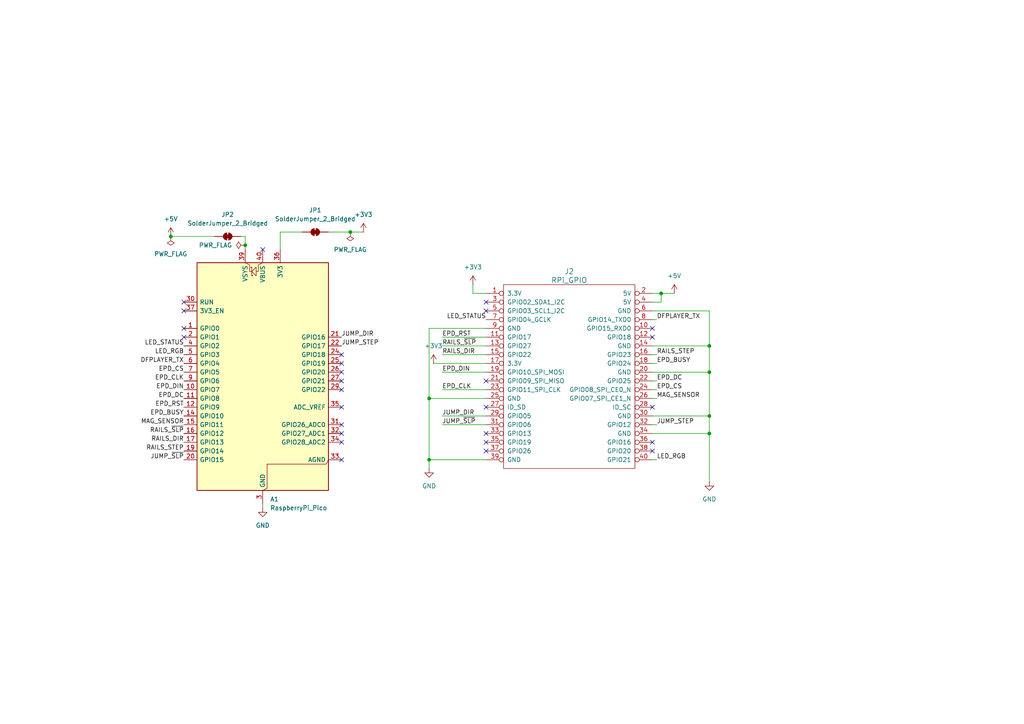
<source format=kicad_sch>
(kicad_sch (version 20250114) (generator "eeschema") (generator_version "9.0")
  (paper "A4")
  (lib_symbols
    (symbol "Jumper:SolderJumper_2_Bridged" (pin_numbers (hide yes)) (pin_names (offset 0) (hide yes)) (in_bom no)
      (property "Reference" "JP" (at 0 2.032 0))
      (property "Value" "SolderJumper_2_Bridged" (at 0 -2.54 0))
      (symbol "SolderJumper_2_Bridged_0_1"
        (rectangle (start -0.508 0.508) (end 0.508 -0.508) (fill (type outline)))
        (polyline (pts (xy -0.254 1.016) (xy -0.254 -1.016)))
        (arc (start -0.254 -1.016) (mid -1.2656 0) (end -0.254 1.016))
        (arc (start -0.254 -1.016) (mid -1.2656 0) (end -0.254 1.016) (fill (type outline)))
        (arc (start 0.254 1.016) (mid 1.2656 0) (end 0.254 -1.016))
        (arc (start 0.254 1.016) (mid 1.2656 0) (end 0.254 -1.016) (fill (type outline)))
        (polyline (pts (xy 0.254 1.016) (xy 0.254 -1.016)))
      )
      (symbol "SolderJumper_2_Bridged_1_1"
        (pin passive line (at -3.81 0 0) (length 2.54) (name "A") (number "1"))
        (pin passive line (at 3.81 0 180) (length 2.54) (name "B") (number "2"))
      )
    )
    (symbol "MCU_Module:RaspberryPi_Pico" (pin_names (offset 0.762))
      (property "Reference" "A" (at -19.05 35.56 0))
      (property "Value" "RaspberryPi_Pico" (at 7.62 35.56 0))
      (symbol "RaspberryPi_Pico_0_1"
        (rectangle (start -19.05 34.29) (end 19.05 -31.75) (stroke (width 0.254)) (fill (type background)))
        (polyline (pts (xy -5.08 34.29) (xy -3.81 33.655) (xy -3.81 31.75) (xy -3.175 31.75)))
        (polyline (pts (xy -3.429 32.766) (xy -3.429 33.02) (xy -3.175 33.02) (xy -3.175 30.48) (xy -2.921 30.48) (xy -2.921 30.734)))
        (polyline (pts (xy -3.175 31.75) (xy -1.905 33.02) (xy -1.905 30.48) (xy -3.175 31.75)))
        (polyline (pts (xy 0 34.29) (xy -1.27 33.655) (xy -1.27 31.75) (xy -1.905 31.75)))
        (polyline (pts (xy 0 -31.75) (xy 1.27 -31.115) (xy 1.27 -24.13) (xy 18.415 -24.13) (xy 19.05 -22.86)))
      )
      (symbol "RaspberryPi_Pico_1_1"
        (pin passive line (at -22.86 22.86 0) (length 3.81) (name "RUN") (number "30"))
        (pin passive line (at -22.86 20.32 0) (length 3.81) (name "3V3_EN") (number "37"))
        (pin bidirectional line (at -22.86 15.24 0) (length 3.81) (name "GPIO0") (number "1"))
        (pin bidirectional line (at -22.86 12.7 0) (length 3.81) (name "GPIO1") (number "2"))
        (pin bidirectional line (at -22.86 10.16 0) (length 3.81) (name "GPIO2") (number "4"))
        (pin bidirectional line (at -22.86 7.62 0) (length 3.81) (name "GPIO3") (number "5"))
        (pin bidirectional line (at -22.86 5.08 0) (length 3.81) (name "GPIO4") (number "6"))
        (pin bidirectional line (at -22.86 2.54 0) (length 3.81) (name "GPIO5") (number "7"))
        (pin bidirectional line (at -22.86 0 0) (length 3.81) (name "GPIO6") (number "9"))
        (pin bidirectional line (at -22.86 -2.54 0) (length 3.81) (name "GPIO7") (number "10"))
        (pin bidirectional line (at -22.86 -5.08 0) (length 3.81) (name "GPIO8") (number "11"))
        (pin bidirectional line (at -22.86 -7.62 0) (length 3.81) (name "GPIO9") (number "12"))
        (pin bidirectional line (at -22.86 -10.16 0) (length 3.81) (name "GPIO10") (number "14"))
        (pin bidirectional line (at -22.86 -12.7 0) (length 3.81) (name "GPIO11") (number "15"))
        (pin bidirectional line (at -22.86 -15.24 0) (length 3.81) (name "GPIO12") (number "16"))
        (pin bidirectional line (at -22.86 -17.78 0) (length 3.81) (name "GPIO13") (number "17"))
        (pin bidirectional line (at -22.86 -20.32 0) (length 3.81) (name "GPIO14") (number "19"))
        (pin bidirectional line (at -22.86 -22.86 0) (length 3.81) (name "GPIO15") (number "20"))
        (pin power_in line (at -5.08 38.1 270) (length 3.81) (name "VSYS") (number "39"))
        (pin power_out line (at 0 38.1 270) (length 3.81) (name "VBUS") (number "40"))
        (pin passive line (at 0 -35.56 90) (length 3.81) (hide yes) (name "GND") (number "13"))
        (pin passive line (at 0 -35.56 90) (length 3.81) (hide yes) (name "GND") (number "18"))
        (pin passive line (at 0 -35.56 90) (length 3.81) (hide yes) (name "GND") (number "23"))
        (pin passive line (at 0 -35.56 90) (length 3.81) (hide yes) (name "GND") (number "28"))
        (pin power_out line (at 0 -35.56 90) (length 3.81) (name "GND") (number "3"))
        (pin passive line (at 0 -35.56 90) (length 3.81) (hide yes) (name "GND") (number "38"))
        (pin passive line (at 0 -35.56 90) (length 3.81) (hide yes) (name "GND") (number "8"))
        (pin power_out line (at 5.08 38.1 270) (length 3.81) (name "3V3") (number "36"))
        (pin bidirectional line (at 22.86 12.7 180) (length 3.81) (name "GPIO16") (number "21"))
        (pin bidirectional line (at 22.86 10.16 180) (length 3.81) (name "GPIO17") (number "22"))
        (pin bidirectional line (at 22.86 7.62 180) (length 3.81) (name "GPIO18") (number "24"))
        (pin bidirectional line (at 22.86 5.08 180) (length 3.81) (name "GPIO19") (number "25"))
        (pin bidirectional line (at 22.86 2.54 180) (length 3.81) (name "GPIO20") (number "26"))
        (pin bidirectional line (at 22.86 0 180) (length 3.81) (name "GPIO21") (number "27"))
        (pin bidirectional line (at 22.86 -2.54 180) (length 3.81) (name "GPIO22") (number "29"))
        (pin power_in line (at 22.86 -7.62 180) (length 3.81) (name "ADC_VREF") (number "35"))
        (pin bidirectional line (at 22.86 -12.7 180) (length 3.81) (name "GPIO26_ADC0") (number "31"))
        (pin bidirectional line (at 22.86 -15.24 180) (length 3.81) (name "GPIO27_ADC1") (number "32"))
        (pin bidirectional line (at 22.86 -17.78 180) (length 3.81) (name "GPIO28_ADC2") (number "34"))
        (pin power_out line (at 22.86 -22.86 180) (length 3.81) (name "AGND") (number "33"))
      )
    )
    (symbol "power:+3V3" (power) (pin_numbers (hide yes)) (pin_names (offset 0) (hide yes))
      (property "Value" "+3V3" (at 0 3.556 0))
      (symbol "+3V3_0_1"
        (polyline (pts (xy -0.762 1.27) (xy 0 2.54)))
        (polyline (pts (xy 0 2.54) (xy 0.762 1.27)))
        (polyline (pts (xy 0 0) (xy 0 2.54)))
      )
      (symbol "+3V3_1_1"
        (pin power_in line (at 0 0 90) (length 0) (name "~") (number "1"))
      )
    )
    (symbol "power:+5V" (power) (pin_numbers (hide yes)) (pin_names (offset 0) (hide yes))
      (property "Value" "+5V" (at 0 3.556 0))
      (symbol "+5V_0_1"
        (polyline (pts (xy -0.762 1.27) (xy 0 2.54)))
        (polyline (pts (xy 0 2.54) (xy 0.762 1.27)))
        (polyline (pts (xy 0 0) (xy 0 2.54)))
      )
      (symbol "+5V_1_1"
        (pin power_in line (at 0 0 90) (length 0) (name "~") (number "1"))
      )
    )
    (symbol "power:GND" (power) (pin_numbers (hide yes)) (pin_names (offset 0) (hide yes))
      (property "Value" "GND" (at 0 -3.81 0))
      (symbol "GND_0_1"
        (polyline (pts (xy 0 0) (xy 0 -1.27) (xy 1.27 -1.27) (xy 0 -2.54) (xy -1.27 -1.27) (xy 0 -1.27)))
      )
      (symbol "GND_1_1"
        (pin power_in line (at 0 0 270) (length 0) (name "~") (number "1"))
      )
    )
    (symbol "power:PWR_FLAG" (power) (pin_numbers (hide yes)) (pin_names (offset 0) (hide yes))
      (property "Value" "PWR_FLAG" (at 0 3.81 0))
      (symbol "PWR_FLAG_0_0"
        (pin power_out line (at 0 0 90) (length 0) (name "~") (number "1"))
      )
      (symbol "PWR_FLAG_0_1"
        (polyline (pts (xy 0 0) (xy 0 1.27) (xy -1.016 1.905) (xy 0 2.54) (xy 1.016 1.905) (xy 0 1.27)))
      )
    )
    (symbol "uhat:RPi_GPIO-Connector-ML" (pin_names (offset 1.016))
      (property "Reference" "J" (at 19.05 6.35 0))
      (property "Value" "RPi_GPIO-Connector-ML" (at 19.05 3.81 0))
      (symbol "RPi_GPIO-Connector-ML_0_1"
        (rectangle (start 0 2.54) (end 38.1 -50.8))
      )
      (symbol "RPi_GPIO-Connector-ML_1_1"
        (pin power_in inverted (at -5.08 0 0) (length 5.08) (name "3.3V") (number "1"))
        (pin bidirectional inverted (at -5.08 -2.54 0) (length 5.08) (name "GPIO02_SDA1_I2C") (number "3"))
        (pin bidirectional inverted (at -5.08 -5.08 0) (length 5.08) (name "GPIO03_SCL1_I2C") (number "5"))
        (pin bidirectional inverted (at -5.08 -7.62 0) (length 5.08) (name "GPIO04_GCLK") (number "7"))
        (pin power_in inverted (at -5.08 -10.16 0) (length 5.08) (name "GND") (number "9"))
        (pin bidirectional inverted (at -5.08 -12.7 0) (length 5.08) (name "GPIO17") (number "11"))
        (pin bidirectional inverted (at -5.08 -15.24 0) (length 5.08) (name "GPIO27") (number "13"))
        (pin bidirectional inverted (at -5.08 -17.78 0) (length 5.08) (name "GPIO22") (number "15"))
        (pin power_in inverted (at -5.08 -20.32 0) (length 5.08) (name "3.3V") (number "17"))
        (pin bidirectional inverted (at -5.08 -22.86 0) (length 5.08) (name "GPIO10_SPI_MOSI") (number "19"))
        (pin bidirectional inverted (at -5.08 -25.4 0) (length 5.08) (name "GPIO09_SPI_MISO") (number "21"))
        (pin bidirectional inverted (at -5.08 -27.94 0) (length 5.08) (name "GPIO11_SPI_CLK") (number "23"))
        (pin power_in inverted (at -5.08 -30.48 0) (length 5.08) (name "GND") (number "25"))
        (pin bidirectional inverted (at -5.08 -33.02 0) (length 5.08) (name "ID_SD") (number "27"))
        (pin bidirectional inverted (at -5.08 -35.56 0) (length 5.08) (name "GPIO05") (number "29"))
        (pin bidirectional inverted (at -5.08 -38.1 0) (length 5.08) (name "GPIO06") (number "31"))
        (pin bidirectional inverted (at -5.08 -40.64 0) (length 5.08) (name "GPIO13") (number "33"))
        (pin bidirectional inverted (at -5.08 -43.18 0) (length 5.08) (name "GPIO19") (number "35"))
        (pin bidirectional inverted (at -5.08 -45.72 0) (length 5.08) (name "GPIO26") (number "37"))
        (pin power_in inverted (at -5.08 -48.26 0) (length 5.08) (name "GND") (number "39"))
        (pin power_in inverted (at 43.18 0 180) (length 5.08) (name "5V") (number "2"))
        (pin power_in inverted (at 43.18 -2.54 180) (length 5.08) (name "5V") (number "4"))
        (pin power_in inverted (at 43.18 -5.08 180) (length 5.08) (name "GND") (number "6"))
        (pin bidirectional inverted (at 43.18 -7.62 180) (length 5.08) (name "GPIO14_TXD0") (number "8"))
        (pin bidirectional inverted (at 43.18 -10.16 180) (length 5.08) (name "GPIO15_RXD0") (number "10"))
        (pin bidirectional inverted (at 43.18 -12.7 180) (length 5.08) (name "GPIO18") (number "12"))
        (pin power_in inverted (at 43.18 -15.24 180) (length 5.08) (name "GND") (number "14"))
        (pin bidirectional inverted (at 43.18 -17.78 180) (length 5.08) (name "GPIO23") (number "16"))
        (pin bidirectional inverted (at 43.18 -20.32 180) (length 5.08) (name "GPIO24") (number "18"))
        (pin power_in inverted (at 43.18 -22.86 180) (length 5.08) (name "GND") (number "20"))
        (pin bidirectional inverted (at 43.18 -25.4 180) (length 5.08) (name "GPIO25") (number "22"))
        (pin bidirectional inverted (at 43.18 -27.94 180) (length 5.08) (name "GPIO08_SPI_CE0_N") (number "24"))
        (pin bidirectional inverted (at 43.18 -30.48 180) (length 5.08) (name "GPIO07_SPI_CE1_N") (number "26"))
        (pin bidirectional inverted (at 43.18 -33.02 180) (length 5.08) (name "ID_SC") (number "28"))
        (pin power_in inverted (at 43.18 -35.56 180) (length 5.08) (name "GND") (number "30"))
        (pin bidirectional inverted (at 43.18 -38.1 180) (length 5.08) (name "GPIO12") (number "32"))
        (pin power_in inverted (at 43.18 -40.64 180) (length 5.08) (name "GND") (number "34"))
        (pin bidirectional inverted (at 43.18 -43.18 180) (length 5.08) (name "GPIO16") (number "36"))
        (pin bidirectional inverted (at 43.18 -45.72 180) (length 5.08) (name "GPIO20") (number "38"))
        (pin bidirectional inverted (at 43.18 -48.26 180) (length 5.08) (name "GPIO21") (number "40"))
      )
    )
  )
  (junction (at 124.46 115.57))
  (junction (at 124.46 133.35))
  (junction (at 191.77 85.09))
  (junction (at 71.12 71.12))
  (junction (at 205.74 120.65))
  (junction (at 101.6 67.31))
  (junction (at 205.74 100.33))
  (junction (at 49.53 68.58))
  (junction (at 205.74 107.95))
  (junction (at 205.74 125.73))
  (no_connect (at 53.34 95.25))
  (no_connect (at 99.06 118.11))
  (no_connect (at 189.23 128.27))
  (no_connect (at 99.06 110.49))
  (no_connect (at 140.97 128.27))
  (no_connect (at 99.06 123.19))
  (no_connect (at 140.97 130.81))
  (no_connect (at 99.06 133.35))
  (no_connect (at 99.06 125.73))
  (no_connect (at 189.23 95.25))
  (no_connect (at 140.97 118.11))
  (no_connect (at 53.34 87.63))
  (no_connect (at 189.23 130.81))
  (no_connect (at 99.06 128.27))
  (no_connect (at 140.97 87.63))
  (no_connect (at 53.34 90.17))
  (no_connect (at 140.97 125.73))
  (no_connect (at 99.06 102.87))
  (no_connect (at 189.23 118.11))
  (no_connect (at 99.06 105.41))
  (no_connect (at 99.06 113.03))
  (no_connect (at 140.97 90.17))
  (no_connect (at 99.06 107.95))
  (no_connect (at 53.34 97.79))
  (no_connect (at 140.97 110.49))
  (no_connect (at 76.2 72.39))
  (no_connect (at 189.23 97.79))
  (wire (pts (xy 140.97 97.79) (xy 128.27 97.79)))
  (wire (pts (xy 189.23 125.73) (xy 205.74 125.73)))
  (wire (pts (xy 140.97 113.03) (xy 128.27 113.03)))
  (wire (pts (xy 71.12 71.12) (xy 71.12 68.58)))
  (wire (pts (xy 189.23 120.65) (xy 205.74 120.65)))
  (wire (pts (xy 189.23 123.19) (xy 190.5 123.19)))
  (wire (pts (xy 189.23 110.49) (xy 190.5 110.49)))
  (wire (pts (xy 71.12 72.39) (xy 71.12 71.12)))
  (wire (pts (xy 124.46 133.35) (xy 124.46 135.89)))
  (wire (pts (xy 124.46 95.25) (xy 124.46 115.57)))
  (wire (pts (xy 205.74 125.73) (xy 205.74 139.7)))
  (wire (pts (xy 189.23 90.17) (xy 205.74 90.17)))
  (wire (pts (xy 140.97 102.87) (xy 128.27 102.87)))
  (wire (pts (xy 189.23 102.87) (xy 190.5 102.87)))
  (wire (pts (xy 140.97 100.33) (xy 128.27 100.33)))
  (wire (pts (xy 76.2 146.05) (xy 76.2 147.32)))
  (wire (pts (xy 140.97 123.19) (xy 128.27 123.19)))
  (wire (pts (xy 189.23 100.33) (xy 205.74 100.33)))
  (wire (pts (xy 189.23 85.09) (xy 191.77 85.09)))
  (wire (pts (xy 124.46 95.25) (xy 140.97 95.25)))
  (wire (pts (xy 140.97 107.95) (xy 128.27 107.95)))
  (wire (pts (xy 205.74 107.95) (xy 205.74 120.65)))
  (wire (pts (xy 140.97 120.65) (xy 128.27 120.65)))
  (wire (pts (xy 101.6 67.31) (xy 105.41 67.31)))
  (wire (pts (xy 95.25 67.31) (xy 101.6 67.31)))
  (wire (pts (xy 205.74 100.33) (xy 205.74 107.95)))
  (wire (pts (xy 205.74 120.65) (xy 205.74 125.73)))
  (wire (pts (xy 137.16 85.09) (xy 137.16 82.55)))
  (wire (pts (xy 49.53 68.58) (xy 62.23 68.58)))
  (wire (pts (xy 140.97 105.41) (xy 125.73 105.41)))
  (wire (pts (xy 71.12 68.58) (xy 69.85 68.58)))
  (wire (pts (xy 189.23 105.41) (xy 190.5 105.41)))
  (wire (pts (xy 189.23 92.71) (xy 190.5 92.71)))
  (wire (pts (xy 124.46 115.57) (xy 140.97 115.57)))
  (wire (pts (xy 189.23 113.03) (xy 190.5 113.03)))
  (wire (pts (xy 189.23 133.35) (xy 190.5 133.35)))
  (wire (pts (xy 205.74 90.17) (xy 205.74 100.33)))
  (wire (pts (xy 191.77 87.63) (xy 189.23 87.63)))
  (wire (pts (xy 124.46 115.57) (xy 124.46 133.35)))
  (wire (pts (xy 191.77 85.09) (xy 191.77 87.63)))
  (wire (pts (xy 191.77 85.09) (xy 195.58 85.09)))
  (wire (pts (xy 81.28 67.31) (xy 81.28 72.39)))
  (wire (pts (xy 87.63 67.31) (xy 81.28 67.31)))
  (wire (pts (xy 189.23 107.95) (xy 205.74 107.95)))
  (wire (pts (xy 189.23 115.57) (xy 190.5 115.57)))
  (wire (pts (xy 124.46 133.35) (xy 140.97 133.35)))
  (wire (pts (xy 140.97 85.09) (xy 137.16 85.09)))
  (label "RAILS_DIR" (at 53.34 128.27 180))
  (label "LED_STATUS" (at 53.34 100.33 180))
  (label "JUMP_DIR" (at 128.27 120.65 0))
  (label "MAG_SENSOR" (at 190.5 115.57 0))
  (label "EPD_BUSY" (at 53.34 120.65 180))
  (label "LED_STATUS" (at 140.97 92.71 180))
  (label "RAILS_~{SLP}" (at 128.27 100.33 0))
  (label "EPD_RST" (at 128.27 97.79 0))
  (label "EPD_CS" (at 53.34 107.95 180))
  (label "EPD_DIN" (at 53.34 113.03 180))
  (label "EPD_CLK" (at 128.27 113.03 0))
  (label "EPD_DC" (at 190.5 110.49 0))
  (label "JUMP_~{SLP}" (at 53.34 133.35 180))
  (label "DFPLAYER_TX" (at 53.34 105.41 180))
  (label "EPD_BUSY" (at 190.5 105.41 0))
  (label "RAILS_STEP" (at 53.34 130.81 180))
  (label "RAILS_~{SLP}" (at 53.34 125.73 180))
  (label "EPD_DIN" (at 128.27 107.95 0))
  (label "EPD_RST" (at 53.34 118.11 180))
  (label "JUMP_DIR" (at 99.06 97.79 0))
  (label "EPD_CLK" (at 53.34 110.49 180))
  (label "RAILS_DIR" (at 128.27 102.87 0))
  (label "LED_RGB" (at 190.5 133.35 0))
  (label "DFPLAYER_TX" (at 190.5 92.71 0))
  (label "LED_RGB" (at 53.34 102.87 180))
  (label "MAG_SENSOR" (at 53.34 123.19 180))
  (label "EPD_CS" (at 190.5 113.03 0))
  (label "JUMP_~{SLP}" (at 128.27 123.19 0))
  (label "RAILS_STEP" (at 190.5 102.87 0))
  (label "JUMP_STEP" (at 190.5 123.19 0))
  (label "JUMP_STEP" (at 99.06 100.33 0))
  (label "EPD_DC" (at 53.34 115.57 180))
  (symbol (lib_id "uhat:RPi_GPIO-Connector-ML") (at 146.05 85.09 0) (unit 1)
    (property "Reference" "J2" (at 165.1 78.74 0) (effects (font (size 1.524 1.524))))
    (property "Value" "RPi_GPIO" (at 165.1 81.28 0) (effects (font (size 1.524 1.524))))
    (property "Footprint" "Connector_PinHeader_2.54mm:PinHeader_2x20_P2.54mm_Vertical" (effects (hide yes)))
  )
  (symbol (lib_id "power:GND") (at 205.74 139.7 0) (unit 1)
    (property "Reference" "#PWR07" (effects (hide yes)))
    (property "Value" "GND" (at 205.74 144.78 0))
    (property "Description" "Power symbol creates a global label with name \"GND\" , ground" (effects (hide yes)))
  )
  (symbol (lib_id "power:+5V") (at 195.58 85.09 0) (unit 1)
    (property "Reference" "#PWR05" (effects (hide yes)))
    (property "Value" "+5V" (at 195.58 80.01 0))
    (property "Description" "Power symbol creates a global label with name \"+5V\"" (effects (hide yes)))
  )
  (symbol (lib_id "Jumper:SolderJumper_2_Bridged") (at 66.04 68.58 0) (unit 1) (in_bom no)
    (property "Reference" "JP2" (at 66.04 62.23 0))
    (property "Value" "SolderJumper_2_Bridged" (at 66.04 64.77 0))
    (property "Footprint" "Jumper:SolderJumper-2_P1.3mm_Bridged_RoundedPad1.0x1.5mm" (effects (hide yes)))
    (property "Description" "Solder Jumper, 2-pole, closed/bridged" (effects (hide yes)))
  )
  (symbol (lib_id "power:+3V3") (at 137.16 82.55 0) (unit 1)
    (property "Reference" "#PWR04" (effects (hide yes)))
    (property "Value" "+3V3" (at 137.16 77.47 0))
    (property "Description" "Power symbol creates a global label with name \"+3V3\"" (effects (hide yes)))
  )
  (symbol (lib_id "power:PWR_FLAG") (at 49.53 68.58 180) (unit 1)
    (property "Reference" "#FLG03" (effects (hide yes)))
    (property "Value" "PWR_FLAG" (at 49.53 73.66 0))
    (property "Description" "Special symbol for telling ERC where power comes from" (effects (hide yes)))
  )
  (symbol (lib_id "power:+3V3") (at 125.73 105.41 0) (unit 1)
    (property "Reference" "#PWR08" (effects (hide yes)))
    (property "Value" "+3V3" (at 125.73 100.33 0))
    (property "Description" "Power symbol creates a global label with name \"+3V3\"" (effects (hide yes)))
  )
  (symbol (lib_id "MCU_Module:RaspberryPi_Pico") (at 76.2 110.49 0) (unit 1)
    (property "Reference" "A1" (at 78.3433 144.78 0) (effects (justify left)))
    (property "Value" "RaspberryPi_Pico" (at 78.3433 147.32 0) (effects (justify left)))
    (property "Footprint" "Module:RaspberryPi_Pico_Common_Unspecified" (effects (hide yes)))
    (property "Datasheet" "https://datasheets.raspberrypi.com/pico/pico-datasheet.pdf" (effects (hide yes)))
    (property "Description" "Versatile and inexpensive microcontroller module powered by RP2040 dual-core Arm Cortex-M0+ processor up to 133 MHz, 264kB SRAM, 2MB QSPI flash; also supports Raspberry Pi Pico 2" (effects (hide yes)))
  )
  (symbol (lib_id "power:+3V3") (at 105.41 67.31 0) (unit 1)
    (property "Reference" "#PWR02" (effects (hide yes)))
    (property "Value" "+3V3" (at 105.41 62.23 0))
    (property "Description" "Power symbol creates a global label with name \"+3V3\"" (effects (hide yes)))
  )
  (symbol (lib_id "power:PWR_FLAG") (at 101.6 67.31 180) (unit 1)
    (property "Reference" "#FLG02" (effects (hide yes)))
    (property "Value" "PWR_FLAG" (at 101.6 72.39 0))
    (property "Description" "Special symbol for telling ERC where power comes from" (effects (hide yes)))
  )
  (symbol (lib_id "power:GND") (at 76.2 147.32 0) (unit 1)
    (property "Reference" "#PWR01" (effects (hide yes)))
    (property "Value" "GND" (at 76.2 152.4 0))
    (property "Description" "Power symbol creates a global label with name \"GND\" , ground" (effects (hide yes)))
  )
  (symbol (lib_id "power:+5V") (at 49.53 68.58 0) (unit 1)
    (property "Reference" "#PWR03" (effects (hide yes)))
    (property "Value" "+5V" (at 49.53 63.5 0))
    (property "Description" "Power symbol creates a global label with name \"+5V\"" (effects (hide yes)))
  )
  (symbol (lib_id "Jumper:SolderJumper_2_Bridged") (at 91.44 67.31 0) (unit 1) (in_bom no)
    (property "Reference" "JP1" (at 91.44 60.96 0))
    (property "Value" "SolderJumper_2_Bridged" (at 91.44 63.5 0))
    (property "Footprint" "Jumper:SolderJumper-2_P1.3mm_Bridged_RoundedPad1.0x1.5mm" (effects (hide yes)))
    (property "Description" "Solder Jumper, 2-pole, closed/bridged" (effects (hide yes)))
  )
  (symbol (lib_id "power:PWR_FLAG") (at 71.12 71.12 90) (unit 1)
    (property "Reference" "#FLG01" (effects (hide yes)))
    (property "Value" "PWR_FLAG" (at 67.31 71.1199 90) (effects (justify left)))
    (property "Description" "Special symbol for telling ERC where power comes from" (effects (hide yes)))
  )
  (symbol (lib_id "power:GND") (at 124.46 135.89 0) (unit 1)
    (property "Reference" "#PWR06" (effects (hide yes)))
    (property "Value" "GND" (at 124.46 140.97 0))
    (property "Description" "Power symbol creates a global label with name \"GND\" , ground" (effects (hide yes)))
  )
)
</source>
